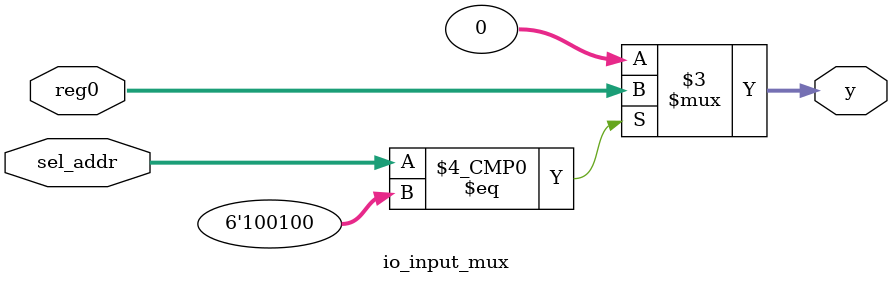
<source format=v>
module io_input(addr,io_clk,io_read_data,AX);
	input [31:0] addr;
	input io_clk;
	input [31:0] AX;
	output [31:0] io_read_data;
	reg [31:0] in_reg;
	io_input_mux io_input_mux2x32(in_reg,addr[7:2],io_read_data);
	
	always @ (posedge io_clk)
	begin
		in_reg <= AX;
	end
		
	
endmodule

module io_input_mux(reg0,sel_addr,y);
	input [31:0] reg0;
	input [5:0] sel_addr;
	output [31:0] y;
	reg [31:0] y;
	always @ *
		case (sel_addr)
			6'b100100: y = reg0;
			// more ports 可根据需要设计更多的端口
			default: y = 32'h0;
		endcase
	
endmodule

</source>
